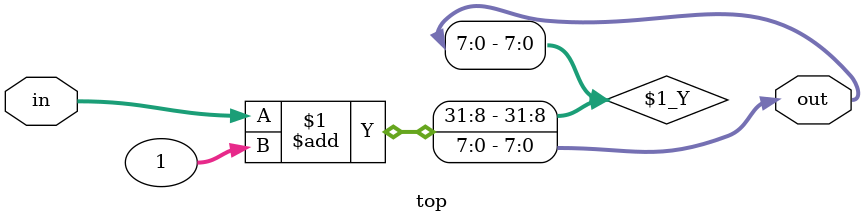
<source format=v>
module top(
	input [6:0] in,
	output [7:0] out
);
  assign out = in + 1;
endmodule

</source>
